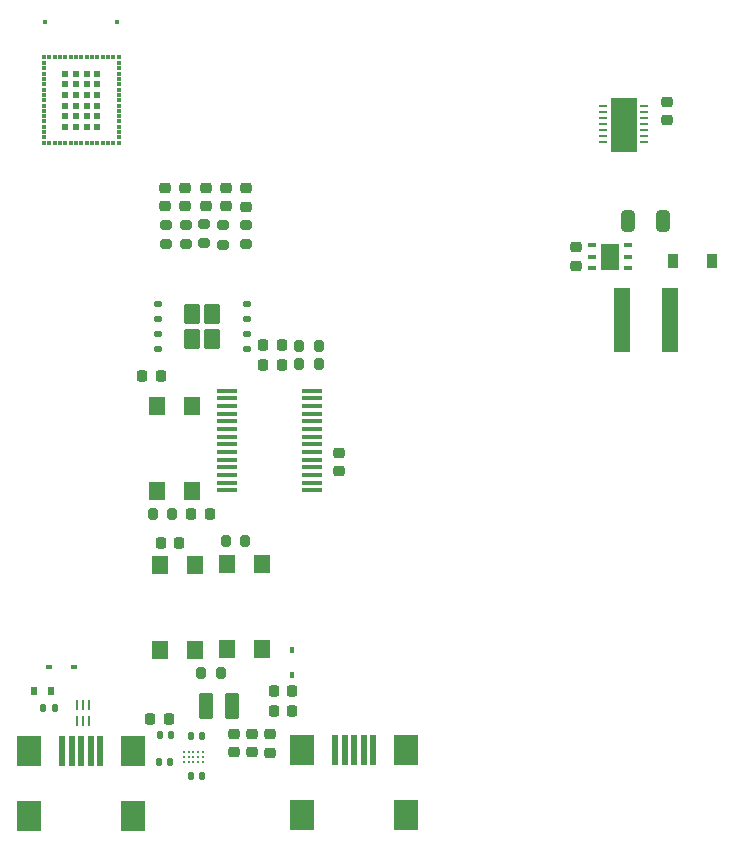
<source format=gbr>
%TF.GenerationSoftware,KiCad,Pcbnew,6.0.10-86aedd382b~118~ubuntu22.04.1*%
%TF.CreationDate,2023-01-21T23:49:39-03:00*%
%TF.ProjectId,MB_V2,4d425f56-322e-46b6-9963-61645f706362,rev?*%
%TF.SameCoordinates,Original*%
%TF.FileFunction,Paste,Top*%
%TF.FilePolarity,Positive*%
%FSLAX46Y46*%
G04 Gerber Fmt 4.6, Leading zero omitted, Abs format (unit mm)*
G04 Created by KiCad (PCBNEW 6.0.10-86aedd382b~118~ubuntu22.04.1) date 2023-01-21 23:49:39*
%MOMM*%
%LPD*%
G01*
G04 APERTURE LIST*
G04 Aperture macros list*
%AMRoundRect*
0 Rectangle with rounded corners*
0 $1 Rounding radius*
0 $2 $3 $4 $5 $6 $7 $8 $9 X,Y pos of 4 corners*
0 Add a 4 corners polygon primitive as box body*
4,1,4,$2,$3,$4,$5,$6,$7,$8,$9,$2,$3,0*
0 Add four circle primitives for the rounded corners*
1,1,$1+$1,$2,$3*
1,1,$1+$1,$4,$5*
1,1,$1+$1,$6,$7*
1,1,$1+$1,$8,$9*
0 Add four rect primitives between the rounded corners*
20,1,$1+$1,$2,$3,$4,$5,0*
20,1,$1+$1,$4,$5,$6,$7,0*
20,1,$1+$1,$6,$7,$8,$9,0*
20,1,$1+$1,$8,$9,$2,$3,0*%
G04 Aperture macros list end*
%ADD10RoundRect,0.125000X0.200000X0.125000X-0.200000X0.125000X-0.200000X-0.125000X0.200000X-0.125000X0*%
%ADD11RoundRect,0.250000X0.435000X0.615000X-0.435000X0.615000X-0.435000X-0.615000X0.435000X-0.615000X0*%
%ADD12R,0.706399X0.407200*%
%ADD13R,1.498600X2.311400*%
%ADD14R,0.600000X0.700000*%
%ADD15R,1.400000X1.600000*%
%ADD16R,0.500000X2.500000*%
%ADD17R,2.000000X2.500000*%
%ADD18R,1.750000X0.450000*%
%ADD19RoundRect,0.218750X0.256250X-0.218750X0.256250X0.218750X-0.256250X0.218750X-0.256250X-0.218750X0*%
%ADD20RoundRect,0.140000X-0.140000X-0.170000X0.140000X-0.170000X0.140000X0.170000X-0.140000X0.170000X0*%
%ADD21RoundRect,0.225000X-0.250000X0.225000X-0.250000X-0.225000X0.250000X-0.225000X0.250000X0.225000X0*%
%ADD22RoundRect,0.200000X0.200000X0.275000X-0.200000X0.275000X-0.200000X-0.275000X0.200000X-0.275000X0*%
%ADD23RoundRect,0.200000X-0.275000X0.200000X-0.275000X-0.200000X0.275000X-0.200000X0.275000X0.200000X0*%
%ADD24RoundRect,0.140000X0.140000X0.170000X-0.140000X0.170000X-0.140000X-0.170000X0.140000X-0.170000X0*%
%ADD25RoundRect,0.225000X0.225000X0.250000X-0.225000X0.250000X-0.225000X-0.250000X0.225000X-0.250000X0*%
%ADD26R,0.600000X0.450000*%
%ADD27RoundRect,0.250000X-0.325000X-0.650000X0.325000X-0.650000X0.325000X0.650000X-0.325000X0.650000X0*%
%ADD28RoundRect,0.250000X-0.375000X-0.850000X0.375000X-0.850000X0.375000X0.850000X-0.375000X0.850000X0*%
%ADD29C,0.254000*%
%ADD30RoundRect,0.225000X0.250000X-0.225000X0.250000X0.225000X-0.250000X0.225000X-0.250000X-0.225000X0*%
%ADD31RoundRect,0.225000X-0.225000X-0.250000X0.225000X-0.250000X0.225000X0.250000X-0.225000X0.250000X0*%
%ADD32RoundRect,0.218750X0.218750X0.256250X-0.218750X0.256250X-0.218750X-0.256250X0.218750X-0.256250X0*%
%ADD33RoundRect,0.200000X-0.200000X-0.275000X0.200000X-0.275000X0.200000X0.275000X-0.200000X0.275000X0*%
%ADD34R,0.450000X0.600000*%
%ADD35R,0.900000X1.200000*%
%ADD36R,0.254800X0.807999*%
%ADD37R,0.690000X0.280000*%
%ADD38R,2.273000X4.600000*%
%ADD39RoundRect,0.218750X-0.218750X-0.256250X0.218750X-0.256250X0.218750X0.256250X-0.218750X0.256250X0*%
%ADD40R,1.430000X5.500000*%
%ADD41R,0.350012X0.350012*%
%ADD42R,0.350000X0.300000*%
%ADD43R,0.300000X0.350000*%
%ADD44R,0.599999X0.599999*%
%ADD45R,0.429997X0.429997*%
G04 APERTURE END LIST*
D10*
%TO.C,U5*%
X114990000Y-134605000D03*
X114990000Y-133335000D03*
X114990000Y-132065000D03*
X114990000Y-130795000D03*
X107490000Y-130795000D03*
X107490000Y-132065000D03*
X107490000Y-133335000D03*
X107490000Y-134605000D03*
D11*
X112090000Y-133775000D03*
X112090000Y-131625000D03*
X110390000Y-133775000D03*
X110390000Y-131625000D03*
%TD*%
D12*
%TO.C,U4*%
X144273201Y-125839999D03*
X144273201Y-126790000D03*
X144273201Y-127740001D03*
X147266799Y-127740001D03*
X147266799Y-126790000D03*
X147266799Y-125839999D03*
D13*
X145770000Y-126790000D03*
%TD*%
D14*
%TO.C,D6*%
X98425000Y-163600000D03*
X97025000Y-163600000D03*
%TD*%
D15*
%TO.C,SW3*%
X107380000Y-139430000D03*
X107380000Y-146630000D03*
X110380000Y-146630000D03*
X110380000Y-139430000D03*
%TD*%
D16*
%TO.C,J4*%
X99400000Y-168650000D03*
X100200000Y-168650000D03*
X101000000Y-168650000D03*
X101800000Y-168650000D03*
X102600000Y-168650000D03*
D17*
X96600000Y-174150000D03*
X105400000Y-168650000D03*
X105400000Y-174150000D03*
X96600000Y-168650000D03*
%TD*%
D18*
%TO.C,U3*%
X113320000Y-138135000D03*
X113320000Y-138785000D03*
X113320000Y-139435000D03*
X113320000Y-140085000D03*
X113320000Y-140735000D03*
X113320000Y-141385000D03*
X113320000Y-142035000D03*
X113320000Y-142685000D03*
X113320000Y-143335000D03*
X113320000Y-143985000D03*
X113320000Y-144635000D03*
X113320000Y-145285000D03*
X113320000Y-145935000D03*
X113320000Y-146585000D03*
X120520000Y-146585000D03*
X120520000Y-145935000D03*
X120520000Y-145285000D03*
X120520000Y-144635000D03*
X120520000Y-143985000D03*
X120520000Y-143335000D03*
X120520000Y-142685000D03*
X120520000Y-142035000D03*
X120520000Y-141385000D03*
X120520000Y-140735000D03*
X120520000Y-140085000D03*
X120520000Y-139435000D03*
X120520000Y-138785000D03*
X120520000Y-138135000D03*
%TD*%
D19*
%TO.C,D2*%
X108050000Y-122547500D03*
X108050000Y-120972500D03*
%TD*%
D20*
%TO.C,C6*%
X97795000Y-165050000D03*
X98755000Y-165050000D03*
%TD*%
D21*
%TO.C,C1*%
X150560000Y-113665000D03*
X150560000Y-115215000D03*
%TD*%
D22*
%TO.C,R9*%
X108685000Y-148610000D03*
X107035000Y-148610000D03*
%TD*%
D23*
%TO.C,R1*%
X109850000Y-124100000D03*
X109850000Y-125750000D03*
%TD*%
D24*
%TO.C,C12*%
X108600000Y-167260000D03*
X107640000Y-167260000D03*
%TD*%
D25*
%TO.C,C9*%
X108410000Y-165920000D03*
X106860000Y-165920000D03*
%TD*%
D26*
%TO.C,D8*%
X100400000Y-161580000D03*
X98300000Y-161580000D03*
%TD*%
D27*
%TO.C,C3*%
X147265000Y-123760000D03*
X150215000Y-123760000D03*
%TD*%
D28*
%TO.C,L2*%
X111600000Y-164810000D03*
X113750000Y-164810000D03*
%TD*%
D20*
%TO.C,C11*%
X110260000Y-167350000D03*
X111220000Y-167350000D03*
%TD*%
D21*
%TO.C,C5*%
X122800000Y-143425000D03*
X122800000Y-144975000D03*
%TD*%
D24*
%TO.C,C10*%
X111230000Y-170730000D03*
X110270000Y-170730000D03*
%TD*%
D19*
%TO.C,D5*%
X113230000Y-122547500D03*
X113230000Y-120972500D03*
%TD*%
%TO.C,D1*%
X109790000Y-122537500D03*
X109790000Y-120962500D03*
%TD*%
D29*
%TO.C,U7*%
X109700000Y-168750000D03*
X110100000Y-168750000D03*
X110500000Y-168750000D03*
X110900000Y-168750000D03*
X111300000Y-168750000D03*
X109700000Y-169150000D03*
X110100000Y-169150000D03*
X110500000Y-169150000D03*
X110900000Y-169150000D03*
X111300000Y-169150000D03*
X109700000Y-169550000D03*
X110100000Y-169550000D03*
X110500000Y-169550000D03*
X110900000Y-169550000D03*
X111300000Y-169550000D03*
%TD*%
D30*
%TO.C,C7*%
X142850000Y-127570000D03*
X142850000Y-126020000D03*
%TD*%
D24*
%TO.C,C13*%
X108550000Y-169600000D03*
X107590000Y-169600000D03*
%TD*%
D15*
%TO.C,SW1*%
X110650000Y-160125000D03*
X110650000Y-152925000D03*
X107650000Y-160125000D03*
X107650000Y-152925000D03*
%TD*%
D31*
%TO.C,C2*%
X107740000Y-151040000D03*
X109290000Y-151040000D03*
%TD*%
D22*
%TO.C,R8*%
X112790000Y-162020000D03*
X111140000Y-162020000D03*
%TD*%
D16*
%TO.C,J3*%
X122500000Y-168600000D03*
X123300000Y-168600000D03*
X124100000Y-168600000D03*
X124900000Y-168600000D03*
X125700000Y-168600000D03*
D17*
X119700000Y-168600000D03*
X128500000Y-174100000D03*
X119700000Y-174100000D03*
X128500000Y-168600000D03*
%TD*%
D32*
%TO.C,D10*%
X117960000Y-135940000D03*
X116385000Y-135940000D03*
%TD*%
D33*
%TO.C,R10*%
X113250000Y-150900000D03*
X114900000Y-150900000D03*
%TD*%
D23*
%TO.C,R5*%
X113030000Y-124140000D03*
X113030000Y-125790000D03*
%TD*%
D32*
%TO.C,D11*%
X117977500Y-134290000D03*
X116402500Y-134290000D03*
%TD*%
D34*
%TO.C,D9*%
X118820000Y-160110000D03*
X118820000Y-162210000D03*
%TD*%
D23*
%TO.C,R2*%
X108210000Y-124085000D03*
X108210000Y-125735000D03*
%TD*%
%TO.C,R4*%
X114960000Y-124095000D03*
X114960000Y-125745000D03*
%TD*%
D31*
%TO.C,C17*%
X117327500Y-165262500D03*
X118877500Y-165262500D03*
%TD*%
D35*
%TO.C,D7*%
X151112500Y-127200000D03*
X154412500Y-127200000D03*
%TD*%
D33*
%TO.C,R6*%
X119465000Y-135920000D03*
X121115000Y-135920000D03*
%TD*%
%TO.C,R7*%
X119455000Y-134360000D03*
X121105000Y-134360000D03*
%TD*%
D23*
%TO.C,R3*%
X111420000Y-124015000D03*
X111420000Y-125665000D03*
%TD*%
D21*
%TO.C,C14*%
X117000000Y-167230000D03*
X117000000Y-168780000D03*
%TD*%
D19*
%TO.C,D4*%
X114980000Y-122587500D03*
X114980000Y-121012500D03*
%TD*%
D36*
%TO.C,U6*%
X101674999Y-164729300D03*
X101175000Y-164729300D03*
X100675001Y-164729300D03*
X100675001Y-166070700D03*
X101175000Y-166070700D03*
X101674999Y-166070700D03*
%TD*%
D15*
%TO.C,SW2*%
X116320000Y-152840000D03*
X116320000Y-160040000D03*
X113320000Y-152840000D03*
X113320000Y-160040000D03*
%TD*%
D31*
%TO.C,C18*%
X117312500Y-163602500D03*
X118862500Y-163602500D03*
%TD*%
D21*
%TO.C,C16*%
X113920000Y-167215000D03*
X113920000Y-168765000D03*
%TD*%
%TO.C,C15*%
X115440000Y-167215000D03*
X115440000Y-168765000D03*
%TD*%
D37*
%TO.C,U1*%
X145195000Y-114060000D03*
X145195000Y-114560000D03*
X145195000Y-115060000D03*
X145195000Y-115560000D03*
X145195000Y-116060000D03*
X145195000Y-116560000D03*
X145195000Y-117060000D03*
X148685000Y-117060000D03*
X148685000Y-116560000D03*
X148685000Y-116060000D03*
X148685000Y-115560000D03*
X148685000Y-115060000D03*
X148685000Y-114560000D03*
X148685000Y-114060000D03*
D38*
X146940000Y-115660000D03*
%TD*%
D39*
%TO.C,D12*%
X110322500Y-148620000D03*
X111897500Y-148620000D03*
%TD*%
D40*
%TO.C,L1*%
X146770000Y-132170000D03*
X150810000Y-132170000D03*
%TD*%
D41*
%TO.C,U2*%
X97825000Y-109924999D03*
D42*
X97825000Y-110399999D03*
X97825000Y-110850000D03*
X97825000Y-111299999D03*
X97825000Y-111749999D03*
X97825000Y-112200000D03*
X97825000Y-112649999D03*
X97825000Y-113100001D03*
X97825000Y-113550000D03*
X97825000Y-113999999D03*
X97825000Y-114450001D03*
X97825000Y-114900000D03*
X97825000Y-115350001D03*
X97825000Y-115800001D03*
X97825000Y-116250000D03*
X97825000Y-116700001D03*
D41*
X97825000Y-117175002D03*
D43*
X98300000Y-117175002D03*
X98749999Y-117175002D03*
X99199999Y-117175002D03*
X99650000Y-117175002D03*
X100099999Y-117175002D03*
X100550001Y-117175002D03*
X101000000Y-117175002D03*
X101449999Y-117175002D03*
X101900001Y-117175002D03*
X102350000Y-117175002D03*
X102800001Y-117175002D03*
X103250001Y-117175002D03*
X103700000Y-117175002D03*
D41*
X104175000Y-117175002D03*
D42*
X104175000Y-116700001D03*
X104175000Y-116250000D03*
X104175000Y-115800001D03*
X104175000Y-115350001D03*
X104175000Y-114900000D03*
X104175000Y-114450001D03*
X104175000Y-113999999D03*
X104175000Y-113550000D03*
X104175000Y-113100001D03*
X104175000Y-112649999D03*
X104175000Y-112200000D03*
X104175000Y-111749999D03*
X104175000Y-111299999D03*
X104175000Y-110850000D03*
X104175000Y-110399999D03*
D41*
X104175000Y-109924999D03*
D43*
X103700000Y-109924998D03*
X103250001Y-109924998D03*
X102800001Y-109924998D03*
X102350000Y-109924998D03*
X101900001Y-109924998D03*
X101449999Y-109924998D03*
X101000000Y-109924998D03*
X100550001Y-109924998D03*
X100099999Y-109924998D03*
X99650000Y-109924998D03*
X99199999Y-109924998D03*
X98749999Y-109924998D03*
X98300000Y-109924998D03*
D44*
X99650000Y-111299999D03*
X99650000Y-112199999D03*
X99650000Y-113099999D03*
X99650000Y-113999999D03*
X99650000Y-114899999D03*
X99650000Y-115799999D03*
X100550000Y-115799999D03*
X101450000Y-115799999D03*
X102350000Y-115799999D03*
X102350000Y-114899999D03*
X102350000Y-113999999D03*
X102350000Y-113099999D03*
X102350000Y-112199999D03*
X102350000Y-111299999D03*
X101450000Y-111299999D03*
X100550000Y-111299999D03*
X100550000Y-112199999D03*
X100550000Y-113099999D03*
X100550000Y-113999999D03*
X100550000Y-114899999D03*
X101450000Y-114899999D03*
X101450000Y-113999999D03*
X101450000Y-113099999D03*
X101450000Y-112199999D03*
D45*
X97950000Y-106964999D03*
X104050000Y-106964999D03*
%TD*%
D19*
%TO.C,D3*%
X111520000Y-122547500D03*
X111520000Y-120972500D03*
%TD*%
D31*
%TO.C,C4*%
X106175000Y-136930000D03*
X107725000Y-136930000D03*
%TD*%
M02*

</source>
